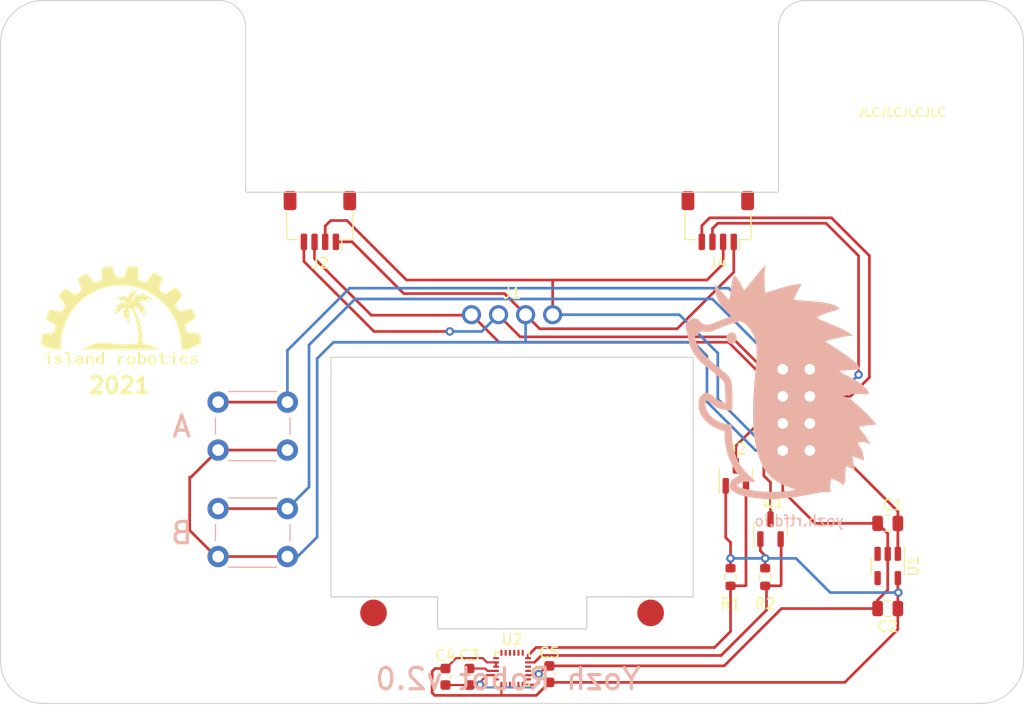
<source format=kicad_pcb>
(kicad_pcb (version 20210424) (generator pcbnew)
  (layers (0 "F.Cu" signal) (31 "B.Cu" signal) (34 "B.Paste" user) (35 "F.Paste" user) (36 "B.SilkS" user "B.Silkscreen") (37 "F.SilkS" user "F.Silkscreen") (38 "B.Mask" user) (39 "F.Mask" user) (44 "Edge.Cuts" user))
  (net 0 "")
  (net 1 "/B")
  (net 2 "/A")
  (net 3 "/SDA1")
  (net 4 "/SCL1")
  (net 5 "+3V3")
  (net 6 "GNDREF")
  (net 7 "+1V8")
  (net 8 "Net-(C3-Pad1)")
  (net 9 "/SCL_1V8")
  (net 10 "/SCL")
  (net 11 "/SDA_1V8")
  (net 12 "/SDA")
  (footprint "MountingHole:MountingHole_3.2mm_M3" (layer "F.Cu") (at 194 131)
    (fp_text reference "REF**" hide)
    (fp_text value "MountingHole_3.2mm_M3" hide)
    (pad "1" np_thru_hole circle locked (at 0 0) (size 3.2 3.2) (drill 3.2) (layers *.Cu *.Mask))
  )
  (footprint "Capacitor_SMD:C_0603_1608Metric" (layer "F.Cu") (at 143.75 147.5 -90)
    (fp_text reference "C4" (at -2 0 180) (layer "F.SilkS"))
    (fp_text value "100nF")
    (pad "1" smd roundrect locked (at -0.775 0 270) (size 0.9 0.95) (layers "F.Cu" "F.Paste" "F.Mask") (net 7 "+1V8"))
    (pad "2" smd roundrect locked (at 0.775 0 270) (size 0.9 0.95) (layers "F.Cu" "F.Paste" "F.Mask") (net 6 "GNDREF"))
  )
  (footprint "Capacitor_SMD:C_0603_1608Metric" (layer "F.Cu") (at 153.5 147.25 90)
    (fp_text reference "C5" (at 2 0 180) (layer "F.SilkS"))
    (fp_text value "100nF")
    (pad "1" smd roundrect locked (at -0.775 0 90) (size 0.9 0.95) (layers "F.Cu" "F.Paste" "F.Mask") (net 7 "+1V8"))
    (pad "2" smd roundrect locked (at 0.775 0 90) (size 0.9 0.95) (layers "F.Cu" "F.Paste" "F.Mask") (net 6 "GNDREF"))
  )
  (footprint "MountingHole:MountingHole_2.7mm_M2.5" (layer "F.Cu") (at 177.5 108.3)
    (fp_text reference "REF**" hide)
    (fp_text value "MountingHole_2.7mm_M2.5" hide)
    (pad "1" np_thru_hole circle locked (at 0 0) (size 2.7 2.7) (drill 2.7) (layers *.Cu *.Mask))
  )
  (footprint "shurik-personal:my_logo" (layer "F.Cu") (at 113.297 113.55)
    (fp_text reference "G***" hide)
    (fp_text value "LOGO" hide)
  )
  (footprint "Package_TO_SOT_SMD:SOT-23" (layer "F.Cu") (at 174.25 133.63125 90)
    (fp_text reference "Q1" (at 2.5 0.25 180) (layer "F.SilkS"))
    (fp_text value "BSS138")
    (pad "1" smd roundrect locked (at -0.9375 -0.95 90) (size 1.475 0.6) (layers "F.Cu" "F.Paste" "F.Mask") (net 7 "+1V8"))
    (pad "2" smd roundrect locked (at -0.9375 0.95 90) (size 1.475 0.6) (layers "F.Cu" "F.Paste" "F.Mask") (net 9 "/SCL_1V8"))
    (pad "3" smd roundrect locked (at 0.9375 0 90) (size 1.475 0.6) (layers "F.Cu" "F.Paste" "F.Mask") (net 4 "/SCL1"))
  )
  (footprint "Sensor_Motion:InvenSense_QFN-24_3x3mm_P0.4mm" (layer "F.Cu") (at 150 146.75 -90)
    (fp_text reference "U2" (at -2.75 0 180) (layer "F.SilkS"))
    (fp_text value "ICM-20948")
    (pad "1" smd roundrect locked (at -1.5 -1 270) (size 0.55 0.2) (layers "F.Cu" "F.Paste" "F.Mask"))
    (pad "2" smd roundrect locked (at -1.5 -0.6 270) (size 0.55 0.2) (layers "F.Cu" "F.Paste" "F.Mask"))
    (pad "3" smd roundrect locked (at -1.5 -0.2 270) (size 0.55 0.2) (layers "F.Cu" "F.Paste" "F.Mask"))
    (pad "4" smd roundrect locked (at -1.5 0.2 270) (size 0.55 0.2) (layers "F.Cu" "F.Paste" "F.Mask"))
    (pad "5" smd roundrect locked (at -1.5 0.6 270) (size 0.55 0.2) (layers "F.Cu" "F.Paste" "F.Mask"))
    (pad "6" smd roundrect locked (at -1.5 1 270) (size 0.55 0.2) (layers "F.Cu" "F.Paste" "F.Mask"))
    (pad "7" smd roundrect locked (at -1 1.5) (size 0.55 0.2) (layers "F.Cu" "F.Paste" "F.Mask"))
    (pad "8" smd roundrect locked (at -0.6 1.5) (size 0.55 0.2) (layers "F.Cu" "F.Paste" "F.Mask") (net 7 "+1V8"))
    (pad "9" smd roundrect locked (at -0.2 1.5) (size 0.55 0.2) (layers "F.Cu" "F.Paste" "F.Mask") (net 7 "+1V8"))
    (pad "10" smd roundrect locked (at 0.2 1.5) (size 0.55 0.2) (layers "F.Cu" "F.Paste" "F.Mask") (net 8 "Net-(C3-Pad1)"))
    (pad "11" smd roundrect locked (at 0.6 1.5) (size 0.55 0.2) (layers "F.Cu" "F.Paste" "F.Mask") (net 6 "GNDREF"))
    (pad "12" smd roundrect locked (at 1 1.5) (size 0.55 0.2) (layers "F.Cu" "F.Paste" "F.Mask"))
    (pad "13" smd roundrect locked (at 1.5 1 270) (size 0.55 0.2) (layers "F.Cu" "F.Paste" "F.Mask") (net 7 "+1V8"))
    (pad "14" smd roundrect locked (at 1.5 0.6 270) (size 0.55 0.2) (layers "F.Cu" "F.Paste" "F.Mask"))
    (pad "15" smd roundrect locked (at 1.5 0.2 270) (size 0.55 0.2) (layers "F.Cu" "F.Paste" "F.Mask"))
    (pad "16" smd roundrect locked (at 1.5 -0.2 270) (size 0.55 0.2) (layers "F.Cu" "F.Paste" "F.Mask"))
    (pad "17" smd roundrect locked (at 1.5 -0.6 270) (size 0.55 0.2) (layers "F.Cu" "F.Paste" "F.Mask"))
    (pad "18" smd roundrect locked (at 1.5 -1 270) (size 0.55 0.2) (layers "F.Cu" "F.Paste" "F.Mask") (net 6 "GNDREF"))
    (pad "19" smd roundrect locked (at 1 -1.5) (size 0.55 0.2) (layers "F.Cu" "F.Paste" "F.Mask"))
    (pad "20" smd roundrect locked (at 0.6 -1.5) (size 0.55 0.2) (layers "F.Cu" "F.Paste" "F.Mask") (net 6 "GNDREF"))
    (pad "21" smd roundrect locked (at 0.2 -1.5) (size 0.55 0.2) (layers "F.Cu" "F.Paste" "F.Mask"))
    (pad "22" smd roundrect locked (at -0.2 -1.5) (size 0.55 0.2) (layers "F.Cu" "F.Paste" "F.Mask"))
    (pad "23" smd roundrect locked (at -0.6 -1.5) (size 0.55 0.2) (layers "F.Cu" "F.Paste" "F.Mask") (net 9 "/SCL_1V8"))
    (pad "24" smd roundrect locked (at -1 -1.5) (size 0.55 0.2) (layers "F.Cu" "F.Paste" "F.Mask") (net 11 "/SDA_1V8"))
  )
  (footprint "Connector_JST:JST_SH_SM04B-SRSS-TB_1x04-1MP_P1.00mm_Horizontal" (layer "F.Cu") (at 131.966 104.66 180)
    (fp_text reference "J2" (at 0 -3.98) (layer "F.SilkS"))
    (fp_text value "Conn_01x04")
    (pad "1" smd roundrect locked (at -1.5 -2 180) (size 0.6 1.55) (layers "F.Cu" "F.Paste" "F.Mask") (net 6 "GNDREF"))
    (pad "2" smd roundrect locked (at -0.5 -2 180) (size 0.6 1.55) (layers "F.Cu" "F.Paste" "F.Mask") (net 5 "+3V3"))
    (pad "3" smd roundrect locked (at 0.5 -2 180) (size 0.6 1.55) (layers "F.Cu" "F.Paste" "F.Mask") (net 12 "/SDA"))
    (pad "4" smd roundrect locked (at 1.5 -2 180) (size 0.6 1.55) (layers "F.Cu" "F.Paste" "F.Mask") (net 10 "/SCL"))
    (pad "MP" smd roundrect locked (at 2.8 1.875 180) (size 1.2 1.8) (layers "F.Cu" "F.Paste" "F.Mask") (roundrect_rratio 0.2083333333))
    (pad "MP" smd roundrect locked (at -2.8 1.875 180) (size 1.2 1.8) (layers "F.Cu" "F.Paste" "F.Mask") (roundrect_rratio 0.2083333333))
  )
  (footprint "MountingHole:MountingHole_2.7mm_M2.5" (layer "F.Cu") (at 177.5 144.3)
    (fp_text reference "REF**" hide)
    (fp_text value "MountingHole_2.7mm_M2.5" hide)
    (pad "1" np_thru_hole circle locked (at 0 0) (size 2.7 2.7) (drill 2.7) (layers *.Cu *.Mask))
  )
  (footprint "Capacitor_SMD:C_0805_2012Metric" (layer "F.Cu") (at 185.25 133.09375 180)
    (fp_text reference "C1" (at -0.5 1.75) (layer "F.SilkS"))
    (fp_text value "1uF")
    (pad "1" smd roundrect locked (at -0.95 0 180) (size 1 1.45) (layers "F.Cu" "F.Paste" "F.Mask") (net 5 "+3V3"))
    (pad "2" smd roundrect locked (at 0.95 0 180) (size 1 1.45) (layers "F.Cu" "F.Paste" "F.Mask") (net 6 "GNDREF"))
  )
  (footprint "Capacitor_SMD:C_0805_2012Metric" (layer "F.Cu") (at 185.25 141.09375 180)
    (fp_text reference "C2" (at 0 -1.68) (layer "F.SilkS"))
    (fp_text value "1uF")
    (pad "1" smd roundrect locked (at -0.95 0 180) (size 1 1.45) (layers "F.Cu" "F.Paste" "F.Mask") (net 7 "+1V8"))
    (pad "2" smd roundrect locked (at 0.95 0 180) (size 1 1.45) (layers "F.Cu" "F.Paste" "F.Mask") (net 6 "GNDREF"))
  )
  (footprint "MountingHole:MountingHole_3.2mm_M3" (layer "F.Cu") (at 194 103)
    (fp_text reference "REF**" hide)
    (fp_text value "MountingHole_3.2mm_M3" hide)
    (pad "1" np_thru_hole circle locked (at 0 0) (size 3.2 3.2) (drill 3.2) (layers *.Cu *.Mask))
  )
  (footprint "MountingHole:MountingHole_2.7mm_M2.5" (layer "F.Cu") (at 122.5 108.3)
    (fp_text reference "REF**" hide)
    (fp_text value "MountingHole_2.7mm_M2.5" hide)
    (pad "1" np_thru_hole circle locked (at 0 0) (size 2.7 2.7) (drill 2.7) (layers *.Cu *.Mask))
  )
  (footprint "MountingHole:MountingHole_3.2mm_M3" (layer "F.Cu") (at 142 106)
    (fp_text reference "REF**" hide)
    (fp_text value "MountingHole_3.2mm_M3" hide)
    (pad "1" np_thru_hole circle locked (at 0 0) (size 3.2 3.2) (drill 3.2) (layers *.Cu *.Mask))
  )
  (footprint "Resistor_SMD:R_0603_1608Metric" (layer "F.Cu") (at 173.75 138.13125 -90)
    (fp_text reference "R2" (at 2.5 0 180) (layer "F.SilkS"))
    (fp_text value "10K")
    (pad "1" smd roundrect locked (at -0.825 0 270) (size 0.8 0.95) (layers "F.Cu" "F.Paste" "F.Mask") (net 7 "+1V8"))
    (pad "2" smd roundrect locked (at 0.825 0 270) (size 0.8 0.95) (layers "F.Cu" "F.Paste" "F.Mask") (net 9 "/SCL_1V8"))
  )
  (footprint "MountingHole:MountingHole_3.2mm_M3" (layer "F.Cu") (at 106 88)
    (fp_text reference "REF**" hide)
    (fp_text value "MountingHole_3.2mm_M3" hide)
    (pad "1" np_thru_hole circle locked (at 0 0) (size 3.2 3.2) (drill 3.2) (layers *.Cu *.Mask))
  )
  (footprint "Capacitor_SMD:C_0603_1608Metric" (layer "F.Cu") (at 146 147.5 -90)
    (fp_text reference "C3" (at -2 0 180) (layer "F.SilkS"))
    (fp_text value "100nF")
    (pad "1" smd roundrect locked (at -0.775 0 270) (size 0.9 0.95) (layers "F.Cu" "F.Paste" "F.Mask") (net 8 "Net-(C3-Pad1)"))
    (pad "2" smd roundrect locked (at 0.775 0 270) (size 0.9 0.95) (layers "F.Cu" "F.Paste" "F.Mask") (net 6 "GNDREF"))
  )
  (footprint "MountingHole:MountingHole_3.2mm_M3" (layer "F.Cu") (at 106 103)
    (fp_text reference "REF**" hide)
    (fp_text value "MountingHole_3.2mm_M3" hide)
    (pad "1" np_thru_hole circle locked (at 0 0) (size 3.2 3.2) (drill 3.2) (layers *.Cu *.Mask))
  )
  (footprint "MountingHole:MountingHole_3.2mm_M3" (layer "F.Cu") (at 178 88)
    (fp_text reference "REF**" hide)
    (fp_text value "MountingHole_3.2mm_M3" hide)
    (pad "1" np_thru_hole circle locked (at 0 0) (size 3.2 3.2) (drill 3.2) (layers *.Cu *.Mask))
  )
  (footprint "MountingHole:MountingHole_3.2mm_M3" (layer "F.Cu") (at 150 106)
    (fp_text reference "REF**" hide)
    (fp_text value "MountingHole_3.2mm_M3" hide)
    (pad "1" np_thru_hole circle locked (at 0 0) (size 3.2 3.2) (drill 3.2) (layers *.Cu *.Mask))
  )
  (footprint "MountingHole:MountingHole_3.2mm_M3" (layer "F.Cu") (at 106 146)
    (fp_text reference "REF**" hide)
    (fp_text value "MountingHole_3.2mm_M3" hide)
    (pad "1" np_thru_hole circle locked (at 0 0) (size 3.2 3.2) (drill 3.2) (layers *.Cu *.Mask))
  )
  (footprint "MountingHole:MountingHole_2.7mm_M2.5" (layer "F.Cu") (at 122.5 144.3)
    (fp_text reference "REF**" hide)
    (fp_text value "MountingHole_2.7mm_M2.5" hide)
    (pad "1" np_thru_hole circle locked (at 0 0) (size 2.7 2.7) (drill 2.7) (layers *.Cu *.Mask))
  )
  (footprint "Connector_JST:JST_SH_SM04B-SRSS-TB_1x04-1MP_P1.00mm_Horizontal" (layer "F.Cu") (at 169.304 104.66 180)
    (fp_text reference "J4" (at 0 -3.98) (layer "F.SilkS"))
    (fp_text value "Conn_01x04")
    (pad "1" smd roundrect locked (at -1.5 -2 180) (size 0.6 1.55) (layers "F.Cu" "F.Paste" "F.Mask") (net 6 "GNDREF"))
    (pad "2" smd roundrect locked (at -0.5 -2 180) (size 0.6 1.55) (layers "F.Cu" "F.Paste" "F.Mask") (net 5 "+3V3"))
    (pad "3" smd roundrect locked (at 0.5 -2 180) (size 0.6 1.55) (layers "F.Cu" "F.Paste" "F.Mask") (net 12 "/SDA"))
    (pad "4" smd roundrect locked (at 1.5 -2 180) (size 0.6 1.55) (layers "F.Cu" "F.Paste" "F.Mask") (net 10 "/SCL"))
    (pad "MP" smd roundrect locked (at 2.8 1.875 180) (size 1.2 1.8) (layers "F.Cu" "F.Paste" "F.Mask") (roundrect_rratio 0.2083333333))
    (pad "MP" smd roundrect locked (at -2.8 1.875 180) (size 1.2 1.8) (layers "F.Cu" "F.Paste" "F.Mask") (roundrect_rratio 0.2083333333))
  )
  (footprint "Package_TO_SOT_SMD:SOT-23-5" (layer "F.Cu") (at 185.25 137.09375 -90)
    (fp_text reference "U1" (at 0 -2.4 90) (layer "F.SilkS"))
    (fp_text value "AP2112K-1.8")
    (pad "1" smd roundrect locked (at -1.1375 -0.95 270) (size 1.325 0.6) (layers "F.Cu" "F.Paste" "F.Mask") (net 5 "+3V3"))
    (pad "2" smd roundrect locked (at -1.1375 0 270) (size 1.325 0.6) (layers "F.Cu" "F.Paste" "F.Mask") (net 6 "GNDREF"))
    (pad "3" smd roundrect locked (at -1.1375 0.95 270) (size 1.325 0.6) (layers "F.Cu" "F.Paste" "F.Mask"))
    (pad "4" smd roundrect locked (at 1.1375 0.95 270) (size 1.325 0.6) (layers "F.Cu" "F.Paste" "F.Mask"))
    (pad "5" smd roundrect locked (at 1.1375 -0.95 270) (size 1.325 0.6) (layers "F.Cu" "F.Paste" "F.Mask") (net 7 "+1V8"))
  )
  (footprint "MountingHole:MountingHole_3.2mm_M3" (layer "F.Cu") (at 121 88)
    (fp_text reference "REF**" hide)
    (fp_text value "MountingHole_3.2mm_M3" hide)
    (pad "1" np_thru_hole circle locked (at 0 0) (size 3.2 3.2) (drill 3.2) (layers *.Cu *.Mask))
  )
  (footprint "Connector_PinSocket_2.54mm:PinSocket_2x04_P2.54mm_Vertical" (layer "F.Cu") (at 175.4 126.25 180)
    (fp_text reference "J3" (at -1.27 -2.77) (layer "F.SilkS"))
    (fp_text value "Conn_02x04_Odd_Even")
    (pad "1" thru_hole rect locked (at 0 0 180) (size 1.7 1.7) (drill 1) (layers *.Cu *.Mask) (net 6 "GNDREF"))
    (pad "2" thru_hole oval locked (at -2.54 0 180) (size 1.7 1.7) (drill 1) (layers *.Cu *.Mask) (net 5 "+3V3"))
    (pad "3" thru_hole oval locked (at 0 2.54 180) (size 1.7 1.7) (drill 1) (layers *.Cu *.Mask) (net 3 "/SDA1"))
    (pad "4" thru_hole oval locked (at -2.54 2.54 180) (size 1.7 1.7) (drill 1) (layers *.Cu *.Mask) (net 4 "/SCL1"))
    (pad "5" thru_hole oval locked (at 0 5.08 180) (size 1.7 1.7) (drill 1) (layers *.Cu *.Mask) (net 12 "/SDA"))
    (pad "6" thru_hole oval locked (at -2.54 5.08 180) (size 1.7 1.7) (drill 1) (layers *.Cu *.Mask) (net 10 "/SCL"))
    (pad "7" thru_hole oval locked (at 0 7.62 180) (size 1.7 1.7) (drill 1) (layers *.Cu *.Mask) (net 1 "/B"))
    (pad "8" thru_hole oval locked (at -2.54 7.62 180) (size 1.7 1.7) (drill 1) (layers *.Cu *.Mask) (net 2 "/A"))
  )
  (footprint "MountingHole:MountingHole_3.2mm_M3" (layer "F.Cu") (at 158 106)
    (fp_text reference "REF**" hide)
    (fp_text value "MountingHole_3.2mm_M3" hide)
    (pad "1" np_thru_hole circle locked (at 0 0) (size 3.2 3.2) (drill 3.2) (layers *.Cu *.Mask))
  )
  (footprint "shurik-personal:OLED_128x64_1_3in" (layer "F.Cu") (at 150 112)
    (fp_text reference "J1" (at 0 -0.5 unlocked) (layer "F.SilkS"))
    (fp_text value "Conn_01x04_Male")
    (fp_line (start 17 28) (end 7 28) (layer "Edge.Cuts") (width 0.12))
    (fp_line (start -17 28) (end -17 5.5) (layer "Edge.Cuts") (width 0.1))
    (fp_line (start -7 28) (end -7 31) (layer "Edge.Cuts") (width 0.12))
    (fp_line (start 7 31) (end 7 28) (layer "Edge.Cuts") (width 0.12))
    (fp_line (start -17 5.5) (end 17 5.5) (layer "Edge.Cuts") (width 0.1))
    (fp_line (start 17 5.5) (end 17 28) (layer "Edge.Cuts") (width 0.1))
    (fp_line (start -7 31) (end 7 31) (layer "Edge.Cuts") (width 0.12))
    (fp_line (start -17 28) (end -7 28) (layer "Edge.Cuts") (width 0.12))
    (pad "0" smd circle (at -13 29.5) (size 2.5 2.5) (layers "F.Cu" "F.Mask"))
    (pad "0" smd circle (at 13 29.5) (size 2.5 2.5) (layers "F.Cu" "F.Mask"))
    (pad "1" thru_hole circle (at 3.81 1.5) (size 1.8 1.8) (drill 1.2) (layers *.Cu *.Mask) (net 5 "+3V3"))
    (pad "2" thru_hole circle (at 1.27 1.5) (size 1.8 1.8) (drill 1.2) (layers *.Cu *.Mask) (net 6 "GNDREF"))
    (pad "3" thru_hole circle (at -1.27 1.5) (size 1.8 1.8) (drill 1.2) (layers *.Cu *.Mask) (net 10 "/SCL"))
    (pad "4" thru_hole circle (at -3.81 1.5) (size 1.8 1.8) (drill 1.2) (layers *.Cu *.Mask) (net 12 "/SDA"))
  )
  (footprint "MountingHole:MountingHole_3.2mm_M3" (layer "F.Cu") (at 194 146)
    (fp_text reference "REF**" hide)
    (fp_text value "MountingHole_3.2mm_M3" hide)
    (pad "1" np_thru_hole circle locked (at 0 0) (size 3.2 3.2) (drill 3.2) (layers *.Cu *.Mask))
  )
  (footprint "Package_TO_SOT_SMD:SOT-23" (layer "F.Cu") (at 171 128.63125 90)
    (fp_text reference "Q2" (at 2.5 0 180) (layer "F.SilkS"))
    (fp_text value "BSS138")
    (pad "1" smd roundrect locked (at -0.9375 -0.95 90) (size 1.475 0.6) (layers "F.Cu" "F.Paste" "F.Mask") (net 7 "+1V8"))
    (pad "2" smd roundrect locked (at -0.9375 0.95 90) (size 1.475 0.6) (layers "F.Cu" "F.Paste" "F.Mask") (net 11 "/SDA_1V8"))
    (pad "3" smd roundrect locked (at 0.9375 0 90) (size 1.475 0.6) (layers "F.Cu" "F.Paste" "F.Mask") (net 3 "/SDA1"))
  )
  (footprint "MountingHole:MountingHole_3.2mm_M3" (layer "F.Cu") (at 194 88)
    (fp_text reference "REF**" hide)
    (fp_text value "MountingHole_3.2mm_M3" hide)
    (pad "1" np_thru_hole circle locked (at 0 0) (size 3.2 3.2) (drill 3.2) (layers *.Cu *.Mask))
  )
  (footprint "MountingHole:MountingHole_3.2mm_M3" (layer "F.Cu") (at 106 131)
    (fp_text reference "REF**" hide)
    (fp_text value "MountingHole_3.2mm_M3" hide)
    (pad "1" np_thru_hole circle locked (at 0 0) (size 3.2 3.2) (drill 3.2) (layers *.Cu *.Mask))
  )
  (footprint "Resistor_SMD:R_0603_1608Metric" (layer "F.Cu") (at 170.5 138.13125 -90)
    (fp_text reference "R1" (at 2.5 0 180) (layer "F.SilkS"))
    (fp_text value "10K")
    (pad "1" smd roundrect locked (at -0.825 0 270) (size 0.8 0.95) (layers "F.Cu" "F.Paste" "F.Mask") (net 7 "+1V8"))
    (pad "2" smd roundrect locked (at 0.825 0 270) (size 0.8 0.95) (layers "F.Cu" "F.Paste" "F.Mask") (net 11 "/SDA_1V8"))
  )
  (footprint "Button_Switch_THT:SW_PUSH_6mm_H4.3mm" (layer "B.Cu") (at 128.918 121.712 180)
    (fp_text reference "SW1" hide)
    (fp_text value "SW_Push")
    (pad "1" thru_hole circle locked (at 0 0 90) (size 2 2) (drill 1.1) (layers *.Cu *.Mask) (net 2 "/A"))
    (pad "1" thru_hole circle locked (at 6.5 0 90) (size 2 2) (drill 1.1) (layers *.Cu *.Mask) (net 2 "/A"))
    (pad "2" thru_hole circle locked (at 0 -4.5 90) (size 2 2) (drill 1.1) (layers *.Cu *.Mask) (net 6 "GNDREF"))
    (pad "2" thru_hole circle locked (at 6.5 -4.5 90) (size 2 2) (drill 1.1) (layers *.Cu *.Mask) (net 6 "GNDREF"))
  )
  (footprint "shurik-personal:hedgehog2" (layer "B.Cu") (at 176.162 119.9 180)
    (fp_text reference "G***" (at 0 0) (layer "B.SilkS") (effects (font (size 1.524 1.524) (thickness 0.3)) (justify mirror)))
    (fp_text value "LOGO" hide)
  )
  (footprint "Button_Switch_THT:SW_PUSH_6mm_H4.3mm" (layer "B.Cu") (at 128.918 131.712 180)
    (fp_text reference "SW2" hide)
    (fp_text value "SW_Push")
    (pad "1" thru_hole circle locked (at 6.5 0 90) (size 2 2) (drill 1.1) (layers *.Cu *.Mask) (net 1 "/B"))
    (pad "1" thru_hole circle locked (at 0 0 90) (size 2 2) (drill 1.1) (layers *.Cu *.Mask) (net 1 "/B"))
    (pad "2" thru_hole circle locked (at 0 -4.5 90) (size 2 2) (drill 1.1) (layers *.Cu *.Mask) (net 6 "GNDREF"))
    (pad "2" thru_hole circle locked (at 6.5 -4.5 90) (size 2 2) (drill 1.1) (layers *.Cu *.Mask) (net 6 "GNDREF"))
  )
  (gr_arc (start 122.5 86.5) (end 122.5 84) (angle 90) (layer "Edge.Cuts") (width 0.1))
  (gr_line (start 175 102) (end 175 86.5) (layer "Edge.Cuts") (width 0.1))
  (gr_line (start 106 84) (end 122.5 84) (layer "Edge.Cuts") (width 0.1))
  (gr_line (start 125 102) (end 175 102) (layer "Edge.Cuts") (width 0.1))
  (gr_line (start 194 84) (end 177.5 84) (layer "Edge.Cuts") (width 0.1))
  (gr_line (start 102 88) (end 102 146) (layer "Edge.Cuts") (width 0.1))
  (gr_line (start 125 86.5) (end 125 102) (layer "Edge.Cuts") (width 0.1))
  (gr_line (start 106 150) (end 194 150) (layer "Edge.Cuts") (width 0.1))
  (gr_arc (start 194 88) (end 194 84) (angle 90) (layer "Edge.Cuts") (width 0.1))
  (gr_arc (start 106 146) (end 102 146) (angle -90) (layer "Edge.Cuts") (width 0.1))
  (gr_arc (start 194 146) (end 198 146) (angle 90) (layer "Edge.Cuts") (width 0.1))
  (gr_arc (start 106 88) (end 106 84) (angle -90) (layer "Edge.Cuts") (width 0.1))
  (gr_arc (start 177.5 86.5) (end 177.5 84) (angle -90) (layer "Edge.Cuts") (width 0.1))
  (gr_line (start 198 146) (end 198 88) (layer "Edge.Cuts") (width 0.1))
  (gr_text "yozh.rtfd.io" (at 176.924 132.854) (layer "B.SilkS") (effects (font (size 1 1)) (justify mirror)))
  (gr_text "B" (at 119 134) (layer "B.SilkS") (effects (font (size 2 2) (thickness 0.3)) (justify mirror)))
  (gr_text "Yozh Robot v2.0" (at 149.619 147.713) (layer "B.SilkS") (effects (font (size 2 2) (thickness 0.3)) (justify mirror)))
  (gr_text "A" (at 119 124) (layer "B.SilkS") (effects (font (size 2 2) (thickness 0.3)) (justify mirror)))
  (gr_text "JLCJLCJLCJLC" (at 186.576 94.5) (layer "F.SilkS") (effects (font (size 0.8 0.8))))
  (gr_text "2021" (at 113.17 120.154) (layer "F.SilkS") (effects (font (size 1.5 1.5) (thickness 0.3))))
  (segment (start 128.918 131.712) (end 122.418 131.712) (width 0.254) (layer "F.Cu") (net 1))
  (segment (start 130.95 129.68) (end 130.95 116.344) (width 0.254) (layer "B.Cu") (net 1))
  (segment (start 130.95 116.344) (end 135.268 112.026) (width 0.254) (layer "B.Cu") (net 1))
  (segment (start 135.268 112.026) (end 168.796 112.026) (width 0.254) (layer "B.Cu") (net 1))
  (segment (start 168.796 112.026) (end 175.4 118.63) (width 0.254) (layer "B.Cu") (net 1))
  (segment (start 128.918 131.712) (end 130.95 129.68) (width 0.254) (layer "B.Cu") (net 1))
  (segment (start 128.918 121.712) (end 122.418 121.712) (width 0.254) (layer "F.Cu") (net 2))
  (segment (start 134.76 111.01) (end 170.32 111.01) (width 0.254) (layer "B.Cu") (net 2))
  (segment (start 170.32 111.01) (end 177.94 118.63) (width 0.254) (layer "B.Cu") (net 2))
  (segment (start 128.918 116.852) (end 134.76 111.01) (width 0.254) (layer "B.Cu") (net 2))
  (segment (start 128.918 121.712) (end 128.918 116.852) (width 0.254) (layer "B.Cu") (net 2))
  (segment (start 171 127.69375) (end 171 125.824) (width 0.25) (layer "F.Cu") (net 3))
  (segment (start 173.114 123.71) (end 175.4 123.71) (width 0.25) (layer "F.Cu") (net 3))
  (segment (start 171 125.824) (end 173.114 123.71) (width 0.25) (layer "F.Cu") (net 3))
  (segment (start 176.67 124.98) (end 177.94 123.71) (width 0.25) (layer "F.Cu") (net 4))
  (segment (start 173.622 128.61725) (end 173.622 125.488) (width 0.25) (layer "F.Cu") (net 4))
  (segment (start 173.622 125.488) (end 174.13 124.98) (width 0.25) (layer "F.Cu") (net 4))
  (segment (start 174.25 132.69375) (end 174.25 129.24525) (width 0.254) (layer "F.Cu") (net 4))
  (segment (start 174.13 124.98) (end 176.67 124.98) (width 0.25) (layer "F.Cu") (net 4))
  (segment (start 174.25 129.24525) (end 173.622 128.61725) (width 0.25) (layer "F.Cu") (net 4))
  (segment (start 132.466 105.176) (end 132.466 106.66) (width 0.254) (layer "F.Cu") (net 5))
  (segment (start 177.94 126.25) (end 180.48 126.25) (width 0.254) (layer "F.Cu") (net 5))
  (segment (start 169.812 108.724) (end 168.288 110.248) (width 0.254) (layer "F.Cu") (net 5))
  (segment (start 140.094 110.248) (end 134.506 104.66) (width 0.254) (layer "F.Cu") (net 5))
  (segment (start 169.812 106.668) (end 169.812 108.724) (width 0.254) (layer "F.Cu") (net 5))
  (segment (start 153.81 113.5) (end 153.81 110.248) (width 0.254) (layer "F.Cu") (net 5))
  (segment (start 186.2 133.09375) (end 186.2 131.97) (width 0.254) (layer "F.Cu") (net 5))
  (segment (start 168.288 110.248) (end 140.094 110.248) (width 0.254) (layer "F.Cu") (net 5))
  (segment (start 186.2 131.97) (end 180.48 126.25) (width 0.254) (layer "F.Cu") (net 5))
  (segment (start 132.982 104.66) (end 132.466 105.176) (width 0.254) (layer "F.Cu") (net 5))
  (segment (start 186.2 133.09375) (end 186.2 135.95625) (width 0.254) (layer "F.Cu") (net 5))
  (segment (start 134.506 104.66) (end 132.982 104.66) (width 0.254) (layer "F.Cu") (net 5))
  (segment (start 165.698 113.5) (end 169.304 117.106) (width 0.254) (layer "B.Cu") (net 5))
  (segment (start 172.86 124.98) (end 176.67 124.98) (width 0.254) (layer "B.Cu") (net 5))
  (segment (start 153.81 113.5) (end 165.698 113.5) (width 0.254) (layer "B.Cu") (net 5))
  (segment (start 169.304 121.424) (end 172.86 124.98) (width 0.254) (layer "B.Cu") (net 5))
  (segment (start 176.67 124.98) (end 177.94 126.25) (width 0.254) (layer "B.Cu") (net 5))
  (segment (start 169.304 117.106) (end 169.304 121.424) (width 0.254) (layer "B.Cu") (net 5))
  (segment (start 152.25 148.25) (end 152.5 148) (width 0.254) (layer "F.Cu") (net 6))
  (segment (start 152.59 114.82) (end 165.494 114.82) (width 0.254) (layer "F.Cu") (net 6))
  (segment (start 122.418 126.212) (end 119.88 128.75) (width 0.254) (layer "F.Cu") (net 6))
  (segment (start 147.65 147.35) (end 148.5 147.35) (width 0.2032) (layer "F.Cu") (net 6))
  (segment (start 134.982 106.66) (end 139.84 111.518) (width 0.254) (layer "F.Cu") (net 6))
  (segment (start 152.5 147.5) (end 152.5 147.25) (width 0.2032) (layer "F.Cu") (net 6))
  (segment (start 149.288 111.518) (end 151.27 113.5) (width 0.254) (layer "F.Cu") (net 6))
  (segment (start 119.75 133.75) (end 122.212 136.212) (width 0.254) (layer "F.Cu") (net 6))
  (segment (start 146.725 148.275) (end 146.975 148.275) (width 0.2032) (layer "F.Cu") (net 6))
  (segment (start 151.5 147.35) (end 152.35 147.35) (width 0.2032) (layer "F.Cu") (net 6))
  (segment (start 153.500001 146.475001) (end 169.906999 146.475001) (width 0.254) (layer "F.Cu") (net 6))
  (segment (start 152.5 147.25) (end 153.275 146.475) (width 0.2032) (layer "F.Cu") (net 6))
  (segment (start 185.25 134.04375) (end 184.3 133.09375) (width 0.254) (layer "F.Cu") (net 6))
  (segment (start 133.466 106.66) (end 134.982 106.66) (width 0.254) (layer "F.Cu") (net 6))
  (segment (start 169.906999 146.475001) (end 175.28825 141.09375) (width 0.254) (layer "F.Cu") (net 6))
  (segment (start 185.25 139.34375) (end 185.25 135.95625) (width 0.254) (layer "F.Cu") (net 6))
  (segment (start 146 148.275) (end 146.725 148.275) (width 0.2032) (layer "F.Cu") (net 6))
  (segment (start 184.3 133.09375) (end 178.43375 133.09375) (width 0.254) (layer "F.Cu") (net 6))
  (segment (start 151 148.25) (end 152.25 148.25) (width 0.2032) (layer "F.Cu") (net 6))
  (segment (start 128.918 126.212) (end 122.418 126.212) (width 0.254) (layer "F.Cu") (net 6))
  (segment (start 152.5 148) (end 152.5 147.5) (width 0.254) (layer "F.Cu") (net 6))
  (segment (start 146.975 148.275) (end 147 148.25) (width 0.2032) (layer "F.Cu") (net 6))
  (segment (start 139.84 111.518) (end 149.288 111.518) (width 0.254) (layer "F.Cu") (net 6))
  (segment (start 184.3 140.29375) (end 185.25 139.34375) (width 0.254) (layer "F.Cu") (net 6))
  (segment (start 122.418 136.212) (end 128.918 136.212) (width 0.254) (layer "F.Cu") (net 6))
  (segment (start 146.725 148.275) (end 147.65 147.35) (width 0.2032) (layer "F.Cu") (net 6))
  (segment (start 151.27 113.5) (end 152.59 114.82) (width 0.254) (layer "F.Cu") (net 6))
  (segment (start 119.88 128.75) (end 119.75 128.75) (width 0.254) (layer "F.Cu") (net 6))
  (segment (start 143.75 148.275) (end 146 148.275) (width 0.2032) (layer "F.Cu") (net 6))
  (segment (start 165.494 114.82) (end 170.804 109.51) (width 0.254) (layer "F.Cu") (net 6))
  (segment (start 175.28825 141.09375) (end 184.3 141.09375) (width 0.254) (layer "F.Cu") (net 6))
  (segment (start 184.3 141.09375) (end 184.3 140.29375) (width 0.254) (layer "F.Cu") (net 6))
  (segment (start 170.804 109.51) (end 170.804 106.66) (width 0.254) (layer "F.Cu") (net 6))
  (segment (start 185.25 135.95625) (end 185.25 134.04375) (width 0.254) (layer "F.Cu") (net 6))
  (segment (start 175.4 130.06) (end 175.4 126.25) (width 0.254) (layer "F.Cu") (net 6))
  (segment (start 152.35 147.35) (end 152.5 147.5) (width 0.2032) (layer "F.Cu") (net 6))
  (segment (start 178.43375 133.09375) (end 175.4 130.06) (width 0.254) (layer "F.Cu") (net 6))
  (segment (start 119.75 128.75) (end 119.75 133.75) (width 0.254) (layer "F.Cu") (net 6))
  (via (at 152.5 147.25) (size 0.8) (drill 0.4) (layers "F.Cu" "B.Cu") (net 6))
  (via (at 147 148.25) (size 0.8) (drill 0.4) (layers "F.Cu" "B.Cu") (net 6))
  (segment (start 167.018 116.09) (end 133.236 116.09) (width 0.254) (layer "B.Cu") (net 6))
  (segment (start 172.86 126.25) (end 168.288 121.678) (width 0.254) (layer "B.Cu") (net 6))
  (segment (start 152 148.5) (end 152.5 148) (width 0.2032) (layer "B.Cu") (net 6))
  (segment (start 152.5 148) (end 152.5 147.25) (width 0.2032) (layer "B.Cu") (net 6))
  (segment (start 168.288 117.36) (end 167.018 116.09) (width 0.254) (layer "B.Cu") (net 6))
  (segment (start 133.236 116.09) (end 131.712 117.614) (width 0.254) (layer "B.Cu") (net 6))
  (segment (start 168.288 121.678) (end 168.288 117.36) (width 0.254) (layer "B.Cu") (net 6))
  (segment (start 131.712 117.614) (end 131.712 134.378) (width 0.254) (layer "B.Cu") (net 6))
  (segment (start 129.878 136.212) (end 128.918 136.212) (width 0.254) (layer "B.Cu") (net 6))
  (segment (start 175.4 126.25) (end 172.86 126.25) (width 0.254) (layer "B.Cu") (net 6))
  (segment (start 147.25 148.5) (end 152 148.5) (width 0.2032) (layer "B.Cu") (net 6))
  (segment (start 131.712 134.378) (end 129.878 136.212) (width 0.254) (layer "B.Cu") (net 6))
  (segment (start 151.27 116.09) (end 151.27 113.5) (width 0.254) (layer "B.Cu") (net 6))
  (segment (start 147 148.25) (end 147.25 148.5) (width 0.2032) (layer "B.Cu") (net 6))
  (segment (start 143.775 146.725) (end 144.75 145.75) (width 0.2032) (layer "F.Cu") (net 7))
  (segment (start 186.2 141.09375) (end 186.2 143.05) (width 0.254) (layer "F.Cu") (net 7))
  (segment (start 142.75 149.25) (end 152.275 149.25) (width 0.254) (layer "F.Cu") (net 7))
  (segment (start 148.5 146.15) (end 148.5 146.55) (width 0.2032) (layer "F.Cu") (net 7))
  (segment (start 173.75 136.13125) (end 173.75 137.30625) (width 0.254) (layer "F.Cu") (net 7))
  (segment (start 149 148.25) (end 149 149.25) (width 0.2032) (layer "F.Cu") (net 7))
  (segment (start 152.275 149.25) (end 153.5 148.025) (width 0.254) (layer "F.Cu") (net 7))
  (segment (start 170.05 129.56875) (end 170.05 134.43125) (width 0.254) (layer "F.Cu") (net 7))
  (segment (start 170.05 134.43125) (end 170.5 134.88125) (width 0.254) (layer "F.Cu") (net 7))
  (segment (start 173.3 134.56875) (end 173.3 135.68125) (width 0.254) (layer "F.Cu") (net 7))
  (segment (start 142.5 149) (end 142.75 149.25) (width 0.254) (layer "F.Cu") (net 7))
  (segment (start 181.225 148.025) (end 153.5 148.025) (width 0.254) (layer "F.Cu") (net 7))
  (segment (start 142.5 147.000001) (end 142.5 149) (width 0.254) (layer "F.Cu") (net 7))
  (segment (start 173.3 135.68125) (end 173.75 136.13125) (width 0.254) (layer "F.Cu") (net 7))
  (segment (start 181.225 148.025) (end 186.2 143.05) (width 0.254) (layer "F.Cu") (net 7))
  (segment (start 143.75 146.725) (end 142.775 146.725) (width 0.254) (layer "F.Cu") (net 7))
  (segment (start 142.775 146.725) (end 142.5 147.000001) (width 0.254) (layer "F.Cu") (net 7))
  (segment (start 144.75 145.75) (end 147.25 145.75) (width 0.2032) (layer "F.Cu") (net 7))
  (segment (start 170.5 134.88125) (end 170.5 137.30625) (width 0.254) (layer "F.Cu") (net 7))
  (segment (start 147.25 145.75) (end 147.65 146.15) (width 0.2032) (layer "F.Cu") (net 7))
  (segment (start 147.65 146.15) (end 148.5 146.15) (width 0.2032) (layer "F.Cu") (net 7))
  (segment (start 186.2 138.23125) (end 186.2 141.09375) (width 0.254) (layer "F.Cu") (net 7))
  (via (at 173.75 136.38125) (size 0.8) (drill 0.4) (layers "F.Cu" "B.Cu") (net 7))
  (via (at 170.5 136.38125) (size 0.8) (drill 0.4) (layers "F.Cu" "B.Cu") (net 7))
  (via (at 186.25 139.59375) (size 0.8) (drill 0.4) (layers "F.Cu" "B.Cu") (net 7))
  (segment (start 176.64125 136.38125) (end 173.75 136.38125) (width 0.254) (layer "B.Cu") (net 7))
  (segment (start 186.25 139.59375) (end 179.85375 139.59375) (width 0.254) (layer "B.Cu") (net 7))
  (segment (start 179.85375 139.59375) (end 176.64125 136.38125) (width 0.254) (layer "B.Cu") (net 7))
  (segment (start 170.5 136.38125) (end 173.75 136.38125) (width 0.254) (layer "B.Cu") (net 7))
  (segment (start 146 146.725) (end 147.475 146.725) (width 0.2032) (layer "F.Cu") (net 8))
  (segment (start 147.7 146.95) (end 148.5 146.95) (width 0.2032) (layer "F.Cu") (net 8))
  (segment (start 147.475 146.725) (end 147.7 146.95) (width 0.2032) (layer "F.Cu") (net 8))
  (segment (start 173.75 138.95625) (end 175.175 138.95625) (width 0.254) (layer "F.Cu") (net 9))
  (segment (start 173.876 141.236) (end 173.876 139.08225) (width 0.254) (layer "F.Cu") (net 9))
  (segment (start 175.175 138.95625) (end 175.25 138.88125) (width 0.254) (layer "F.Cu") (net 9))
  (segment (start 169.612001 145.499999) (end 173.876 141.236) (width 0.254) (layer "F.Cu") (net 9))
  (segment (start 152.1 146.15) (end 152.75 145.499999) (width 0.254) (layer "F.Cu") (net 9))
  (segment (start 152.75 145.499999) (end 169.612001 145.499999) (width 0.254) (layer "F.Cu") (net 9))
  (segment (start 151.5 146.15) (end 152.1 146.15) (width 0.2032) (layer "F.Cu") (net 9))
  (segment (start 175.25 138.88125) (end 175.25 134.61875) (width 0.254) (layer "F.Cu") (net 9))
  (segment (start 130.466 108.494) (end 130.466 106.66) (width 0.254) (layer "F.Cu") (net 10))
  (segment (start 181.75 121.17) (end 177.94 121.17) (width 0.254) (layer "F.Cu") (net 10))
  (segment (start 168.542 104.406) (end 179.972 104.406) (width 0.254) (layer "F.Cu") (net 10))
  (segment (start 183.528 107.962) (end 183.528 119.392) (width 0.254) (layer "F.Cu") (net 10))
  (segment (start 144.158 115.074) (end 137.046 115.074) (width 0.254) (layer "F.Cu") (net 10))
  (segment (start 183.528 119.392) (end 181.75 121.17) (width 0.254) (layer "F.Cu") (net 10))
  (segment (start 176.67 119.9) (end 174.892 119.9) (width 0.254) (layer "F.Cu") (net 10))
  (segment (start 180.48 121.17) (end 177.94 121.17) (width 0.254) (layer "F.Cu") (net 10))
  (segment (start 167.804 105.144) (end 168.542 104.406) (width 0.254) (layer "F.Cu") (net 10))
  (segment (start 150.762 115.582) (end 170.574 115.582) (width 0.25) (layer "F.Cu") (net 10))
  (segment (start 170.574 115.582) (end 174.892 119.9) (width 0.25) (layer "F.Cu") (net 10))
  (segment (start 177.94 121.17) (end 176.67 119.9) (width 0.254) (layer "F.Cu") (net 10))
  (segment (start 148.73 113.55) (end 150.762 115.582) (width 0.25) (layer "F.Cu") (net 10))
  (segment (start 167.804 106.66) (end 167.804 105.144) (width 0.254) (layer "F.Cu") (net 10))
  (segment (start 179.972 104.406) (end 183.528 107.962) (width 0.254) (layer "F.Cu") (net 10))
  (segment (start 137.046 115.074) (end 130.466 108.494) (width 0.254) (layer "F.Cu") (net 10))
  (via (at 144.158 115.074) (size 0.8) (drill 0.4) (layers "F.Cu" "B.Cu") (net 10))
  (segment (start 147.156 115.074) (end 148.73 113.5) (width 0.254) (layer "B.Cu") (net 10))
  (segment (start 144.158 115.074) (end 147.156 115.074) (width 0.254) (layer "B.Cu") (net 10))
  (segment (start 170.5 143.25) (end 170.5 138.95625) (width 0.254) (layer "F.Cu") (net 11))
  (segment (start 151.5 145.75) (end 151.5 145.5) (width 0.2032) (layer "F.Cu") (net 11))
  (segment (start 170.5 138.95625) (end 171.925 138.95625) (width 0.254) (layer "F.Cu") (net 11))
  (segment (start 152.25 144.75) (end 151.5 145.5) (width 0.254) (layer "F.Cu") (net 11))
  (segment (start 171.925 138.95625) (end 171.95 138.93125) (width 0.254) (layer "F.Cu") (net 11))
  (segment (start 169 144.75) (end 152.25 144.75) (width 0.254) (layer "F.Cu") (net 11))
  (segment (start 169 144.75) (end 170.5 143.25) (width 0.254) (layer "F.Cu") (net 11))
  (segment (start 171.95 129.56875) (end 171.95 138.93125) (width 0.254) (layer "F.Cu") (net 11))
  (segment (start 169.304 104.914) (end 179.464 104.914) (width 0.254) (layer "F.Cu") (net 12))
  (segment (start 168.804 106.66) (end 168.804 105.414) (width 0.254) (layer "F.Cu") (net 12))
  (segment (start 168.804 105.414) (end 169.304 104.914) (width 0.254) (layer "F.Cu") (net 12))
  (segment (start 179.464 104.914) (end 182.512 107.962) (width 0.254) (layer "F.Cu") (net 12))
  (segment (start 136.792 113.55) (end 131.458 108.216) (width 0.25) (layer "F.Cu") (net 12))
  (segment (start 131.458 108.216) (end 131.458 106.668) (width 0.25) (layer "F.Cu") (net 12))
  (segment (start 146.14 113.55) (end 136.792 113.55) (width 0.25) (layer "F.Cu") (net 12))
  (segment (start 182.512 107.962) (end 182.512 119.138) (width 0.254) (layer "F.Cu") (net 12))
  (segment (start 146.19 113.5) (end 148.78 116.09) (width 0.25) (layer "F.Cu") (net 12))
  (segment (start 170.32 116.09) (end 175.4 121.17) (width 0.25) (layer "F.Cu") (net 12))
  (segment (start 148.78 116.09) (end 170.32 116.09) (width 0.25) (layer "F.Cu") (net 12))
  (via (at 182.512 119.138) (size 0.8) (drill 0.4) (layers "F.Cu" "B.Cu") (net 12))
  (segment (start 175.4 121.17) (end 176.67 119.9) (width 0.25) (layer "B.Cu") (net 12))
  (segment (start 181.75 119.9) (end 182.512 119.138) (width 0.25) (layer "B.Cu") (net 12))
  (segment (start 176.67 119.9) (end 181.75 119.9) (width 0.25) (layer "B.Cu") (net 12))
)
</source>
